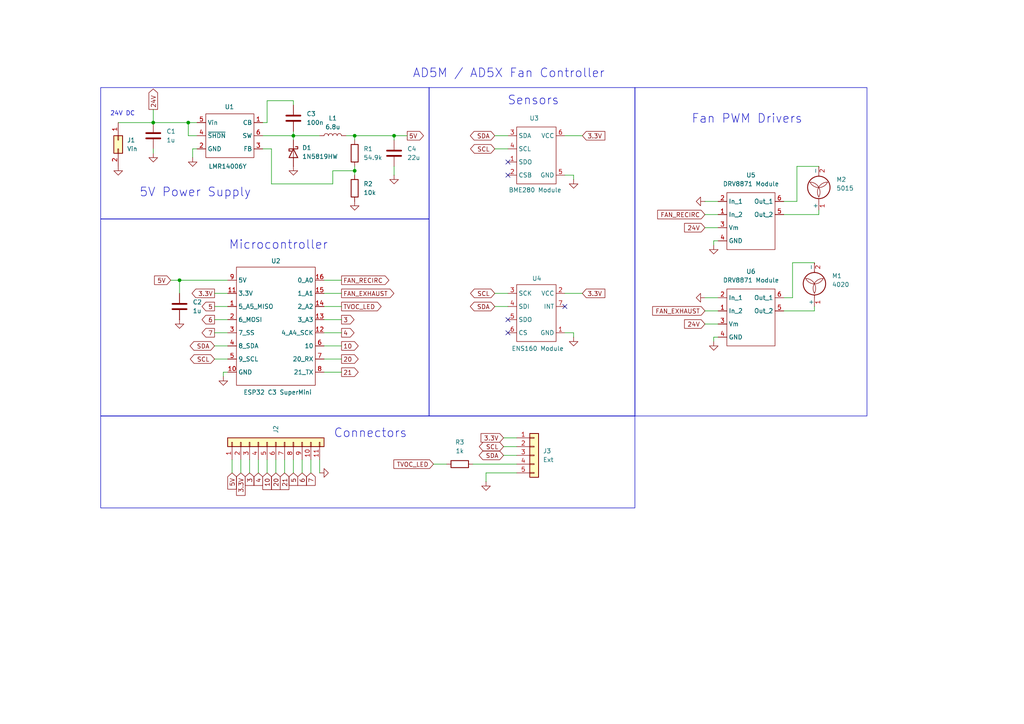
<source format=kicad_sch>
(kicad_sch (version 20250114) (generator "eeschema") (generator_version "9.0")
  (paper "A4")
  (title_block (title "AD5M / AD5X Fan Controller") (date "2026-02-13") (rev "1.2"))
  (lib_symbols
    (symbol "Chryseus:BME280"
      (property "Reference" "U" (at 0.254 9.398 0))
      (property "Value" "BME280 Module" (at 1.778 -10.922 0))
      (symbol "BME280_0_1"
        (rectangle (start -5.08 -8.89) (end 6.35 7.62))
      )
      (symbol "BME280_1_1"
        (pin passive line (at -7.62 5.08 0) (length 2.54) (name "SDA") (number "3"))
        (pin passive line (at -7.62 1.27 0) (length 2.54) (name "SCL") (number "4"))
        (pin passive line (at -7.62 -2.54 0) (length 2.54) (name "SDO") (number "1"))
        (pin passive line (at -7.62 -6.35 0) (length 2.54) (name "CSB") (number "2"))
        (pin passive line (at 8.89 5.08 180) (length 2.54) (name "VCC") (number "6"))
        (pin passive line (at 8.89 -6.35 180) (length 2.54) (name "GND") (number "5"))
      )
    )
    (symbol "Chryseus:DRV8871_Module"
      (property "Reference" "U" (at 0 8.89 0))
      (property "Value" "DRV8871 Module" (at 0.508 -10.668 0))
      (symbol "DRV8871_Module_0_1"
        (rectangle (start -6.35 -8.89) (end 7.62 7.62))
      )
      (symbol "DRV8871_Module_1_1"
        (pin input line (at -8.89 5.08 0) (length 2.54) (name "In_1") (number "2"))
        (pin input line (at -8.89 1.27 0) (length 2.54) (name "In_2") (number "1"))
        (pin passive line (at -8.89 -2.54 0) (length 2.54) (name "Vm") (number "3"))
        (pin passive line (at -8.89 -6.35 0) (length 2.54) (name "GND") (number "4"))
        (pin passive line (at 10.16 5.08 180) (length 2.54) (name "Out_1") (number "6"))
        (pin passive line (at 10.16 1.27 180) (length 2.54) (name "Out_2") (number "5"))
      )
    )
    (symbol "Chryseus:ENS160_Module"
      (property "Reference" "U" (at -0.762 9.144 0))
      (property "Value" "ENS160 Module" (at -0.508 -10.922 0))
      (symbol "ENS160_Module_0_1"
        (rectangle (start -6.35 -8.89) (end 5.08 7.62))
      )
      (symbol "ENS160_Module_1_1"
        (pin passive line (at -8.89 5.08 0) (length 2.54) (name "SCK") (number "3"))
        (pin passive line (at -8.89 1.27 0) (length 2.54) (name "SDI") (number "4"))
        (pin passive line (at -8.89 -2.54 0) (length 2.54) (name "SDO") (number "5"))
        (pin passive line (at -8.89 -6.35 0) (length 2.54) (name "CS") (number "6"))
        (pin passive line (at 7.62 5.08 180) (length 2.54) (name "VCC") (number "2"))
        (pin passive line (at 7.62 1.27 180) (length 2.54) (name "INT") (number "7"))
        (pin passive line (at 7.62 -6.35 180) (length 2.54) (name "GND") (number "1"))
      )
    )
    (symbol "Chryseus:ESP32_C3_SuperMini"
      (property "Reference" "U" (at 0 19.05 0))
      (property "Value" "ESP32 C3 SuperMini" (at 0 -20.32 0))
      (symbol "ESP32_C3_SuperMini_0_1"
        (rectangle (start -11.43 -17.78) (end 11.43 16.51))
      )
      (symbol "ESP32_C3_SuperMini_1_1"
        (pin passive line (at -13.97 12.7 0) (length 2.54) (name "5V") (number "9"))
        (pin passive line (at -13.97 8.89 0) (length 2.54) (name "3.3V") (number "11"))
        (pin passive line (at -13.97 5.08 0) (length 2.54) (name "5_A5_MISO") (number "1"))
        (pin passive line (at -13.97 1.27 0) (length 2.54) (name "6_MOSI") (number "2"))
        (pin passive line (at -13.97 -2.54 0) (length 2.54) (name "7_SS") (number "3"))
        (pin passive line (at -13.97 -6.35 0) (length 2.54) (name "8_SDA") (number "4"))
        (pin passive line (at -13.97 -10.16 0) (length 2.54) (name "9_SCL") (number "5"))
        (pin passive line (at -13.97 -13.97 0) (length 2.54) (name "GND") (number "10"))
        (pin passive line (at 13.97 12.7 180) (length 2.54) (name "0_A0") (number "16"))
        (pin passive line (at 13.97 8.89 180) (length 2.54) (name "1_A1") (number "15"))
        (pin passive line (at 13.97 5.08 180) (length 2.54) (name "2_A2") (number "14"))
        (pin passive line (at 13.97 1.27 180) (length 2.54) (name "3_A3") (number "13"))
        (pin passive line (at 13.97 -2.54 180) (length 2.54) (name "4_A4_SCK") (number "12"))
        (pin passive line (at 13.97 -6.35 180) (length 2.54) (name "10") (number "6"))
        (pin passive line (at 13.97 -10.16 180) (length 2.54) (name "20_RX") (number "7"))
        (pin passive line (at 13.97 -13.97 180) (length 2.54) (name "21_TX") (number "8"))
      )
    )
    (symbol "Chryseus:LMR14006Y"
      (property "Reference" "U" (at 0.508 8.128 0))
      (property "Value" "LMR14006Y" (at 0.762 -8.382 0))
      (symbol "LMR14006Y_0_1"
        (rectangle (start -6.35 -6.35) (end 7.62 6.35))
      )
      (symbol "LMR14006Y_1_1"
        (pin power_in line (at -8.89 3.81 0) (length 2.54) (name "Vin") (number "5"))
        (pin passive line (at -8.89 0 0) (length 2.54) (name "~{SHDN}") (number "4"))
        (pin passive line (at -8.89 -3.81 0) (length 2.54) (name "GND") (number "2"))
        (pin passive line (at 10.16 3.81 180) (length 2.54) (name "CB") (number "1"))
        (pin passive line (at 10.16 0 180) (length 2.54) (name "SW") (number "6"))
        (pin passive line (at 10.16 -3.81 180) (length 2.54) (name "FB") (number "3"))
      )
    )
    (symbol "Connector_Generic:Conn_01x05" (pin_names (offset 1.016) (hide yes))
      (property "Reference" "J" (at 0 7.62 0))
      (property "Value" "Conn_01x05" (at 0 -7.62 0))
      (symbol "Conn_01x05_1_1"
        (rectangle (start -1.27 6.35) (end 1.27 -6.35) (stroke (width 0.254)) (fill (type background)))
        (rectangle (start -1.27 5.207) (end 0 4.953) (stroke (width 0.1524)))
        (rectangle (start -1.27 2.667) (end 0 2.413) (stroke (width 0.1524)))
        (rectangle (start -1.27 0.127) (end 0 -0.127) (stroke (width 0.1524)))
        (rectangle (start -1.27 -2.413) (end 0 -2.667) (stroke (width 0.1524)))
        (rectangle (start -1.27 -4.953) (end 0 -5.207) (stroke (width 0.1524)))
        (pin passive line (at -5.08 5.08 0) (length 3.81) (name "Pin_1") (number "1"))
        (pin passive line (at -5.08 2.54 0) (length 3.81) (name "Pin_2") (number "2"))
        (pin passive line (at -5.08 0 0) (length 3.81) (name "Pin_3") (number "3"))
        (pin passive line (at -5.08 -2.54 0) (length 3.81) (name "Pin_4") (number "4"))
        (pin passive line (at -5.08 -5.08 0) (length 3.81) (name "Pin_5") (number "5"))
      )
    )
    (symbol "Connector_Generic:Conn_01x11" (pin_names (offset 1.016) (hide yes))
      (property "Reference" "J" (at 0 15.24 0))
      (property "Value" "Conn_01x11" (at 0 -15.24 0))
      (symbol "Conn_01x11_1_1"
        (rectangle (start -1.27 13.97) (end 1.27 -13.97) (stroke (width 0.254)) (fill (type background)))
        (rectangle (start -1.27 12.827) (end 0 12.573) (stroke (width 0.1524)))
        (rectangle (start -1.27 10.287) (end 0 10.033) (stroke (width 0.1524)))
        (rectangle (start -1.27 7.747) (end 0 7.493) (stroke (width 0.1524)))
        (rectangle (start -1.27 5.207) (end 0 4.953) (stroke (width 0.1524)))
        (rectangle (start -1.27 2.667) (end 0 2.413) (stroke (width 0.1524)))
        (rectangle (start -1.27 0.127) (end 0 -0.127) (stroke (width 0.1524)))
        (rectangle (start -1.27 -2.413) (end 0 -2.667) (stroke (width 0.1524)))
        (rectangle (start -1.27 -4.953) (end 0 -5.207) (stroke (width 0.1524)))
        (rectangle (start -1.27 -7.493) (end 0 -7.747) (stroke (width 0.1524)))
        (rectangle (start -1.27 -10.033) (end 0 -10.287) (stroke (width 0.1524)))
        (rectangle (start -1.27 -12.573) (end 0 -12.827) (stroke (width 0.1524)))
        (pin passive line (at -5.08 12.7 0) (length 3.81) (name "Pin_1") (number "1"))
        (pin passive line (at -5.08 10.16 0) (length 3.81) (name "Pin_2") (number "2"))
        (pin passive line (at -5.08 7.62 0) (length 3.81) (name "Pin_3") (number "3"))
        (pin passive line (at -5.08 5.08 0) (length 3.81) (name "Pin_4") (number "4"))
        (pin passive line (at -5.08 2.54 0) (length 3.81) (name "Pin_5") (number "5"))
        (pin passive line (at -5.08 0 0) (length 3.81) (name "Pin_6") (number "6"))
        (pin passive line (at -5.08 -2.54 0) (length 3.81) (name "Pin_7") (number "7"))
        (pin passive line (at -5.08 -5.08 0) (length 3.81) (name "Pin_8") (number "8"))
        (pin passive line (at -5.08 -7.62 0) (length 3.81) (name "Pin_9") (number "9"))
        (pin passive line (at -5.08 -10.16 0) (length 3.81) (name "Pin_10") (number "10"))
        (pin passive line (at -5.08 -12.7 0) (length 3.81) (name "Pin_11") (number "11"))
      )
    )
    (symbol "Connector_Generic:Conn_02x01" (pin_names (offset 1.016) (hide yes))
      (property "Reference" "J" (at 1.27 2.54 0))
      (property "Value" "Conn_02x01" (at 1.27 -2.54 0))
      (symbol "Conn_02x01_1_1"
        (rectangle (start -1.27 1.27) (end 3.81 -1.27) (stroke (width 0.254)) (fill (type background)))
        (rectangle (start -1.27 0.127) (end 0 -0.127) (stroke (width 0.1524)))
        (rectangle (start 3.81 0.127) (end 2.54 -0.127) (stroke (width 0.1524)))
        (pin passive line (at -5.08 0 0) (length 3.81) (name "Pin_1") (number "1"))
        (pin passive line (at 7.62 0 180) (length 3.81) (name "Pin_2") (number "2"))
      )
    )
    (symbol "DRV8871_Module_1"
      (property "Reference" "U" (at 0 8.89 0))
      (property "Value" "DRV8871 Module" (at 0.508 -10.668 0))
      (symbol "DRV8871_Module_1_0_1"
        (rectangle (start -6.35 -8.89) (end 7.62 7.62))
      )
      (symbol "DRV8871_Module_1_1_1"
        (pin input line (at -8.89 5.08 0) (length 2.54) (name "In_1") (number "2"))
        (pin input line (at -8.89 1.27 0) (length 2.54) (name "In_2") (number "1"))
        (pin passive line (at -8.89 -2.54 0) (length 2.54) (name "Vm") (number "3"))
        (pin passive line (at -8.89 -6.35 0) (length 2.54) (name "GND") (number "4"))
        (pin passive line (at 10.16 5.08 180) (length 2.54) (name "Out_1") (number "6"))
        (pin passive line (at 10.16 1.27 180) (length 2.54) (name "Out_2") (number "5"))
      )
    )
    (symbol "Device:C" (pin_numbers (hide yes)) (pin_names (offset 0.254))
      (property "Reference" "C" (at 0.635 2.54 0))
      (property "Value" "C" (at 0.635 -2.54 0))
      (symbol "C_0_1"
        (polyline (pts (xy -2.032 0.762) (xy 2.032 0.762)) (stroke (width 0.508)))
        (polyline (pts (xy -2.032 -0.762) (xy 2.032 -0.762)) (stroke (width 0.508)))
      )
      (symbol "C_1_1"
        (pin passive line (at 0 3.81 270) (length 2.794) (name "~") (number "1"))
        (pin passive line (at 0 -3.81 90) (length 2.794) (name "~") (number "2"))
      )
    )
    (symbol "Device:L" (pin_numbers (hide yes)) (pin_names (offset 1.016) (hide yes))
      (property "Reference" "L" (at -1.27 0 90))
      (property "Value" "L" (at 1.905 0 90))
      (symbol "L_0_1"
        (arc (start 0 2.54) (mid 0.6323 1.905) (end 0 1.27))
        (arc (start 0 1.27) (mid 0.6323 0.635) (end 0 0))
        (arc (start 0 0) (mid 0.6323 -0.635) (end 0 -1.27))
        (arc (start 0 -1.27) (mid 0.6323 -1.905) (end 0 -2.54))
      )
      (symbol "L_1_1"
        (pin passive line (at 0 3.81 270) (length 1.27) (name "1") (number "1"))
        (pin passive line (at 0 -3.81 90) (length 1.27) (name "2") (number "2"))
      )
    )
    (symbol "Device:R" (pin_numbers (hide yes)) (pin_names (offset 0))
      (property "Reference" "R" (at 2.032 0 90))
      (property "Value" "R" (at 0 0 90))
      (symbol "R_0_1"
        (rectangle (start -1.016 -2.54) (end 1.016 2.54) (stroke (width 0.254)))
      )
      (symbol "R_1_1"
        (pin passive line (at 0 3.81 270) (length 1.27) (name "~") (number "1"))
        (pin passive line (at 0 -3.81 90) (length 1.27) (name "~") (number "2"))
      )
    )
    (symbol "Diode:1N5819WS" (pin_numbers (hide yes)) (pin_names (offset 1.016) (hide yes))
      (property "Reference" "D" (at 0 2.54 0))
      (property "Value" "1N5819WS" (at 0 -2.54 0))
      (symbol "1N5819WS_0_1"
        (polyline (pts (xy -1.905 0.635) (xy -1.905 1.27) (xy -1.27 1.27) (xy -1.27 -1.27) (xy -0.635 -1.27) (xy -0.635 -0.635)) (stroke (width 0.254)))
        (polyline (pts (xy 1.27 1.27) (xy 1.27 -1.27) (xy -1.27 0) (xy 1.27 1.27)) (stroke (width 0.254)))
        (polyline (pts (xy 1.27 0) (xy -1.27 0)))
      )
      (symbol "1N5819WS_1_1"
        (pin passive line (at -3.81 0 0) (length 2.54) (name "K") (number "1"))
        (pin passive line (at 3.81 0 180) (length 2.54) (name "A") (number "2"))
      )
    )
    (symbol "Motor:Fan" (pin_names (offset 0))
      (property "Reference" "M" (at 2.54 5.08 0))
      (property "Value" "Fan" (at 2.54 -2.54 0))
      (symbol "Fan_0_1"
        (arc (start 0 3.81) (mid -0.0015 0.9048) (end -2.54 -0.508))
        (polyline (pts (xy 0 4.572) (xy 0 5.08)))
        (polyline (pts (xy 0 4.2672) (xy 0 4.6228)))
        (circle (center 0 1.016) (radius 3.2512) (stroke (width 0.254)))
        (arc (start -2.54 -0.508) (mid 0 1.0618) (end 2.54 -0.508))
        (polyline (pts (xy 0 -2.2352) (xy 0 -2.6416)))
        (polyline (pts (xy 0 -5.08) (xy 0 -4.572)))
        (arc (start 2.54 -0.508) (mid 0.047 0.9315) (end 0 3.81))
      )
      (symbol "Fan_1_1"
        (pin passive line (at 0 7.62 270) (length 2.54) (name "+") (number "1"))
        (pin passive line (at 0 -5.08 90) (length 2.54) (name "-") (number "2"))
      )
    )
    (symbol "power:GND" (power) (pin_numbers (hide yes)) (pin_names (offset 0) (hide yes))
      (property "Value" "GND" (at 0 -3.81 0))
      (symbol "GND_0_1"
        (polyline (pts (xy 0 0) (xy 0 -1.27) (xy 1.27 -1.27) (xy 0 -2.54) (xy -1.27 -1.27) (xy 0 -1.27)))
      )
      (symbol "GND_1_1"
        (pin power_in line (at 0 0 270) (length 0) (name "~") (number "1"))
      )
    )
  )
  (rectangle (start 29.21 120.65) (end 184.15 147.32))
  (rectangle (start 124.46 25.4) (end 184.15 120.65))
  (rectangle (start 29.21 25.4) (end 124.46 63.5))
  (rectangle (start 184.15 25.4) (end 251.46 120.65))
  (rectangle (start 29.21 63.5) (end 124.46 120.65))
  (text "5V Power Supply" (at 56.642 55.88 0) (effects (font (size 2.54 2.54))))
  (text "24V DC" (at 35.56 33.02 0) (effects (font (size 1.27 1.27))))
  (text "Microcontroller" (at 80.772 71.12 0) (effects (font (size 2.54 2.54))))
  (text "Sensors" (at 154.686 29.21 0) (effects (font (size 2.54 2.54))))
  (text "Fan PWM Drivers\n" (at 216.662 34.544 0) (effects (font (size 2.54 2.54))))
  (text "Connectors" (at 107.442 125.73 0) (effects (font (size 2.54 2.54))))
  (text "AD5M / AD5X Fan Controller" (at 147.574 21.336 0) (effects (font (size 2.54 2.54))))
  (junction (at 85.09 39.37))
  (junction (at 102.87 49.53))
  (junction (at 102.87 39.37))
  (junction (at 114.3 39.37))
  (junction (at 54.61 35.56))
  (junction (at 52.07 81.28))
  (junction (at 44.45 35.56))
  (no_connect (at 147.32 50.8))
  (no_connect (at 147.32 46.99))
  (no_connect (at 147.32 96.52))
  (no_connect (at 147.32 92.71))
  (no_connect (at 163.83 88.9))
  (wire (pts (xy 231.14 58.42) (xy 231.14 48.26)))
  (wire (pts (xy 76.2 35.56) (xy 77.47 35.56)))
  (wire (pts (xy 102.87 39.37) (xy 102.87 40.64)))
  (wire (pts (xy 227.33 62.23) (xy 237.49 62.23)))
  (wire (pts (xy 52.07 81.28) (xy 66.04 81.28)))
  (wire (pts (xy 146.05 132.08) (xy 149.86 132.08)))
  (wire (pts (xy 114.3 39.37) (xy 118.11 39.37)))
  (wire (pts (xy 55.88 45.72) (xy 55.88 43.18)))
  (wire (pts (xy 62.23 88.9) (xy 66.04 88.9)))
  (wire (pts (xy 82.55 137.16) (xy 82.55 133.35)))
  (wire (pts (xy 62.23 104.14) (xy 66.04 104.14)))
  (wire (pts (xy 77.47 29.21) (xy 77.47 35.56)))
  (wire (pts (xy 93.98 104.14) (xy 99.06 104.14)))
  (wire (pts (xy 204.47 86.36) (xy 208.28 86.36)))
  (wire (pts (xy 208.28 97.79) (xy 207.01 97.79)))
  (wire (pts (xy 85.09 29.21) (xy 77.47 29.21)))
  (wire (pts (xy 52.07 81.28) (xy 52.07 85.09)))
  (wire (pts (xy 34.29 35.56) (xy 44.45 35.56)))
  (wire (pts (xy 140.97 137.16) (xy 149.86 137.16)))
  (wire (pts (xy 93.98 107.95) (xy 99.06 107.95)))
  (wire (pts (xy 166.37 96.52) (xy 166.37 97.79)))
  (wire (pts (xy 137.16 134.62) (xy 149.86 134.62)))
  (wire (pts (xy 72.39 137.16) (xy 72.39 133.35)))
  (wire (pts (xy 96.52 49.53) (xy 102.87 49.53)))
  (wire (pts (xy 78.74 43.18) (xy 78.74 53.34)))
  (wire (pts (xy 204.47 93.98) (xy 208.28 93.98)))
  (wire (pts (xy 62.23 96.52) (xy 66.04 96.52)))
  (wire (pts (xy 93.98 100.33) (xy 99.06 100.33)))
  (wire (pts (xy 87.63 137.16) (xy 87.63 133.35)))
  (wire (pts (xy 166.37 50.8) (xy 166.37 52.07)))
  (wire (pts (xy 163.83 85.09) (xy 168.91 85.09)))
  (wire (pts (xy 76.2 43.18) (xy 78.74 43.18)))
  (wire (pts (xy 67.31 137.16) (xy 67.31 133.35)))
  (wire (pts (xy 102.87 49.53) (xy 102.87 50.8)))
  (wire (pts (xy 85.09 38.1) (xy 85.09 39.37)))
  (wire (pts (xy 44.45 43.18) (xy 44.45 44.45)))
  (wire (pts (xy 54.61 35.56) (xy 57.15 35.56)))
  (wire (pts (xy 163.83 50.8) (xy 166.37 50.8)))
  (wire (pts (xy 77.47 137.16) (xy 77.47 133.35)))
  (wire (pts (xy 236.22 90.17) (xy 227.33 90.17)))
  (wire (pts (xy 146.05 129.54) (xy 149.86 129.54)))
  (wire (pts (xy 62.23 85.09) (xy 66.04 85.09)))
  (wire (pts (xy 163.83 39.37) (xy 168.91 39.37)))
  (wire (pts (xy 143.51 85.09) (xy 147.32 85.09)))
  (wire (pts (xy 44.45 35.56) (xy 54.61 35.56)))
  (wire (pts (xy 85.09 39.37) (xy 92.71 39.37)))
  (wire (pts (xy 227.33 58.42) (xy 231.14 58.42)))
  (wire (pts (xy 207.01 69.85) (xy 207.01 71.12)))
  (wire (pts (xy 143.51 43.18) (xy 147.32 43.18)))
  (wire (pts (xy 93.98 92.71) (xy 99.06 92.71)))
  (wire (pts (xy 100.33 39.37) (xy 102.87 39.37)))
  (wire (pts (xy 62.23 100.33) (xy 66.04 100.33)))
  (wire (pts (xy 96.52 53.34) (xy 96.52 49.53)))
  (wire (pts (xy 62.23 92.71) (xy 66.04 92.71)))
  (wire (pts (xy 143.51 88.9) (xy 147.32 88.9)))
  (wire (pts (xy 207.01 97.79) (xy 207.01 99.06)))
  (wire (pts (xy 64.77 107.95) (xy 66.04 107.95)))
  (wire (pts (xy 78.74 53.34) (xy 96.52 53.34)))
  (wire (pts (xy 140.97 139.7) (xy 140.97 137.16)))
  (wire (pts (xy 237.49 62.23) (xy 237.49 60.96)))
  (wire (pts (xy 76.2 39.37) (xy 85.09 39.37)))
  (wire (pts (xy 204.47 90.17) (xy 208.28 90.17)))
  (wire (pts (xy 143.51 39.37) (xy 147.32 39.37)))
  (wire (pts (xy 125.73 134.62) (xy 129.54 134.62)))
  (wire (pts (xy 204.47 58.42) (xy 208.28 58.42)))
  (wire (pts (xy 80.01 137.16) (xy 80.01 133.35)))
  (wire (pts (xy 93.98 96.52) (xy 99.06 96.52)))
  (wire (pts (xy 204.47 62.23) (xy 208.28 62.23)))
  (wire (pts (xy 102.87 48.26) (xy 102.87 49.53)))
  (wire (pts (xy 229.87 76.2) (xy 236.22 76.2)))
  (wire (pts (xy 85.09 137.16) (xy 85.09 133.35)))
  (wire (pts (xy 146.05 127) (xy 149.86 127)))
  (wire (pts (xy 90.17 137.16) (xy 90.17 133.35)))
  (wire (pts (xy 163.83 96.52) (xy 166.37 96.52)))
  (wire (pts (xy 85.09 30.48) (xy 85.09 29.21)))
  (wire (pts (xy 74.93 137.16) (xy 74.93 133.35)))
  (wire (pts (xy 85.09 39.37) (xy 85.09 40.64)))
  (wire (pts (xy 93.98 85.09) (xy 99.06 85.09)))
  (wire (pts (xy 208.28 69.85) (xy 207.01 69.85)))
  (wire (pts (xy 114.3 48.26) (xy 114.3 50.8)))
  (wire (pts (xy 92.71 137.16) (xy 92.71 133.35)))
  (wire (pts (xy 69.85 137.16) (xy 69.85 133.35)))
  (wire (pts (xy 93.98 88.9) (xy 99.06 88.9)))
  (wire (pts (xy 64.77 109.22) (xy 64.77 107.95)))
  (wire (pts (xy 227.33 86.36) (xy 229.87 86.36)))
  (wire (pts (xy 57.15 39.37) (xy 54.61 39.37)))
  (wire (pts (xy 231.14 48.26) (xy 237.49 48.26)))
  (wire (pts (xy 236.22 88.9) (xy 236.22 90.17)))
  (wire (pts (xy 229.87 86.36) (xy 229.87 76.2)))
  (wire (pts (xy 93.98 81.28) (xy 99.06 81.28)))
  (wire (pts (xy 204.47 66.04) (xy 208.28 66.04)))
  (wire (pts (xy 44.45 31.75) (xy 44.45 35.56)))
  (wire (pts (xy 49.53 81.28) (xy 52.07 81.28)))
  (wire (pts (xy 55.88 43.18) (xy 57.15 43.18)))
  (wire (pts (xy 102.87 39.37) (xy 114.3 39.37)))
  (wire (pts (xy 54.61 39.37) (xy 54.61 35.56)))
  (wire (pts (xy 114.3 40.64) (xy 114.3 39.37)))
  (global_label "SDA" (shape bidirectional) (at 143.51 88.9 180) (property "Intersheetrefs" "${INTERSHEET_REFS}" (effects (hide yes))))
  (global_label "7" (shape output) (at 62.23 96.52 180) (property "Intersheetrefs" "${INTERSHEET_REFS}" (effects (hide yes))))
  (global_label "SDA" (shape bidirectional) (at 146.05 132.08 180) (property "Intersheetrefs" "${INTERSHEET_REFS}" (effects (hide yes))))
  (global_label "SCL" (shape bidirectional) (at 62.23 104.14 180) (property "Intersheetrefs" "${INTERSHEET_REFS}" (effects (hide yes))))
  (global_label "4" (shape input) (at 74.93 137.16 270) (property "Intersheetrefs" "${INTERSHEET_REFS}" (effects (hide yes))))
  (global_label "SCL" (shape bidirectional) (at 143.51 85.09 180) (property "Intersheetrefs" "${INTERSHEET_REFS}" (effects (hide yes))))
  (global_label "TVOC_LED" (shape input) (at 125.73 134.62 180) (property "Intersheetrefs" "${INTERSHEET_REFS}" (effects (hide yes))))
  (global_label "3" (shape input) (at 72.39 137.16 270) (property "Intersheetrefs" "${INTERSHEET_REFS}" (effects (hide yes))))
  (global_label "SCL" (shape bidirectional) (at 143.51 43.18 180) (property "Intersheetrefs" "${INTERSHEET_REFS}" (effects (hide yes))))
  (global_label "5V" (shape input) (at 67.31 137.16 270) (property "Intersheetrefs" "${INTERSHEET_REFS}" (effects (hide yes))))
  (global_label "3.3V" (shape input) (at 168.91 39.37 0) (property "Intersheetrefs" "${INTERSHEET_REFS}" (effects (hide yes))))
  (global_label "3.3V" (shape input) (at 168.91 85.09 0) (property "Intersheetrefs" "${INTERSHEET_REFS}" (effects (hide yes))))
  (global_label "SDA" (shape bidirectional) (at 62.23 100.33 180) (property "Intersheetrefs" "${INTERSHEET_REFS}" (effects (hide yes))))
  (global_label "24V" (shape input) (at 204.47 93.98 180) (property "Intersheetrefs" "${INTERSHEET_REFS}" (effects (hide yes))))
  (global_label "3.3V" (shape output) (at 62.23 85.09 180) (property "Intersheetrefs" "${INTERSHEET_REFS}" (effects (hide yes))))
  (global_label "4" (shape output) (at 99.06 96.52 0) (property "Intersheetrefs" "${INTERSHEET_REFS}" (effects (hide yes))))
  (global_label "20" (shape input) (at 80.01 137.16 270) (property "Intersheetrefs" "${INTERSHEET_REFS}" (effects (hide yes))))
  (global_label "21" (shape input) (at 82.55 137.16 270) (property "Intersheetrefs" "${INTERSHEET_REFS}" (effects (hide yes))))
  (global_label "24V" (shape output) (at 44.45 31.75 90) (property "Intersheetrefs" "${INTERSHEET_REFS}" (effects (hide yes))))
  (global_label "6" (shape input) (at 87.63 137.16 270) (property "Intersheetrefs" "${INTERSHEET_REFS}" (effects (hide yes))))
  (global_label "21" (shape output) (at 99.06 107.95 0) (property "Intersheetrefs" "${INTERSHEET_REFS}" (effects (hide yes))))
  (global_label "3" (shape output) (at 99.06 92.71 0) (property "Intersheetrefs" "${INTERSHEET_REFS}" (effects (hide yes))))
  (global_label "6" (shape output) (at 62.23 92.71 180) (property "Intersheetrefs" "${INTERSHEET_REFS}" (effects (hide yes))))
  (global_label "SCL" (shape bidirectional) (at 146.05 129.54 180) (property "Intersheetrefs" "${INTERSHEET_REFS}" (effects (hide yes))))
  (global_label "24V" (shape input) (at 204.47 66.04 180) (property "Intersheetrefs" "${INTERSHEET_REFS}" (effects (hide yes))))
  (global_label "5V" (shape output) (at 118.11 39.37 0) (property "Intersheetrefs" "${INTERSHEET_REFS}" (effects (hide yes))))
  (global_label "3.3V" (shape input) (at 146.05 127 180) (property "Intersheetrefs" "${INTERSHEET_REFS}" (effects (hide yes))))
  (global_label "10" (shape input) (at 77.47 137.16 270) (property "Intersheetrefs" "${INTERSHEET_REFS}" (effects (hide yes))))
  (global_label "20" (shape output) (at 99.06 104.14 0) (property "Intersheetrefs" "${INTERSHEET_REFS}" (effects (hide yes))))
  (global_label "FAN_EXHAUST" (shape output) (at 99.06 85.09 0) (property "Intersheetrefs" "${INTERSHEET_REFS}" (effects (hide yes))))
  (global_label "5" (shape input) (at 85.09 137.16 270) (property "Intersheetrefs" "${INTERSHEET_REFS}" (effects (hide yes))))
  (global_label "10" (shape output) (at 99.06 100.33 0) (property "Intersheetrefs" "${INTERSHEET_REFS}" (effects (hide yes))))
  (global_label "FAN_RECIRC" (shape output) (at 99.06 81.28 0) (property "Intersheetrefs" "${INTERSHEET_REFS}" (effects (hide yes))))
  (global_label "FAN_EXHAUST" (shape input) (at 204.47 90.17 180) (property "Intersheetrefs" "${INTERSHEET_REFS}" (effects (hide yes))))
  (global_label "5" (shape output) (at 62.23 88.9 180) (property "Intersheetrefs" "${INTERSHEET_REFS}" (effects (hide yes))))
  (global_label "5V" (shape input) (at 49.53 81.28 180) (property "Intersheetrefs" "${INTERSHEET_REFS}" (effects (hide yes))))
  (global_label "7" (shape input) (at 90.17 137.16 270) (property "Intersheetrefs" "${INTERSHEET_REFS}" (effects (hide yes))))
  (global_label "SDA" (shape bidirectional) (at 143.51 39.37 180) (property "Intersheetrefs" "${INTERSHEET_REFS}" (effects (hide yes))))
  (global_label "TVOC_LED" (shape output) (at 99.06 88.9 0) (property "Intersheetrefs" "${INTERSHEET_REFS}" (effects (hide yes))))
  (global_label "FAN_RECIRC" (shape input) (at 204.47 62.23 180) (property "Intersheetrefs" "${INTERSHEET_REFS}" (effects (hide yes))))
  (global_label "3.3V" (shape input) (at 69.85 137.16 270) (property "Intersheetrefs" "${INTERSHEET_REFS}" (effects (hide yes))))
  (symbol (lib_id "power:GND") (at 92.71 137.16 90) (unit 1)
    (property "Reference" "#PWR07" (effects (hide yes)))
    (property "Value" "GND" (effects (hide yes)))
    (property "Description" "Power symbol creates a global label with name \"GND\" , ground" (effects (hide yes)))
  )
  (symbol (lib_id "Device:C") (at 44.45 39.37 0) (unit 1)
    (property "Reference" "C1" (at 48.26 38.0999 0) (effects (justify left)))
    (property "Value" "1u" (at 48.26 40.6399 0) (effects (justify left)))
    (property "Footprint" "Capacitor_SMD:C_0805_2012Metric" (effects (hide yes)))
    (property "Description" "Unpolarized capacitor" (effects (hide yes)))
    (property "LCSC PN" "C361185" (effects (hide yes)))
    (property "MPN" "CGA4J3X7R1V105KT0Y0N" (effects (hide yes)))
  )
  (symbol (lib_id "Motor:Fan") (at 236.22 81.28 180) (unit 1) (on_board no)
    (property "Reference" "M1" (at 241.3 80.0099 0) (effects (justify right)))
    (property "Value" "4020" (at 241.3 82.5499 0) (effects (justify right)))
    (property "Description" "Fan" (effects (hide yes)))
  )
  (symbol (lib_id "power:GND") (at 140.97 139.7 0) (unit 1)
    (property "Reference" "#PWR010" (effects (hide yes)))
    (property "Value" "GND" (effects (hide yes)))
    (property "Description" "Power symbol creates a global label with name \"GND\" , ground" (effects (hide yes)))
  )
  (symbol (lib_id "power:GND") (at 207.01 71.12 0) (unit 1)
    (property "Reference" "#PWR015" (effects (hide yes)))
    (property "Value" "GND" (effects (hide yes)))
    (property "Description" "Power symbol creates a global label with name \"GND\" , ground" (effects (hide yes)))
  )
  (symbol (lib_id "power:GND") (at 85.09 48.26 0) (unit 1)
    (property "Reference" "#PWR06" (effects (hide yes)))
    (property "Value" "GND" (effects (hide yes)))
    (property "Description" "Power symbol creates a global label with name \"GND\" , ground" (effects (hide yes)))
  )
  (symbol (lib_id "Connector_Generic:Conn_01x05") (at 154.94 132.08 0) (unit 1)
    (property "Reference" "J3" (at 157.48 130.8099 0) (effects (justify left)))
    (property "Value" "Ext" (at 157.48 133.3499 0) (effects (justify left)))
    (property "Footprint" "Connector_PinHeader_2.54mm:PinHeader_1x05_P2.54mm_Vertical" (effects (hide yes)))
    (property "Description" "Generic connector, single row, 01x05, script generated (kicad-library-utils/schlib/autogen/connector/)" (effects (hide yes)))
  )
  (symbol (lib_id "Device:R") (at 102.87 44.45 0) (unit 1)
    (property "Reference" "R1" (at 105.41 43.1799 0) (effects (justify left)))
    (property "Value" "54.9k" (at 105.41 45.7199 0) (effects (justify left)))
    (property "Footprint" "Resistor_SMD:R_0603_1608Metric" (effects (hide yes)))
    (property "Description" "Resistor" (effects (hide yes)))
    (property "LCSC PN" "C2999457" (effects (hide yes)))
    (property "MPN" "FRC0603F5492TS" (effects (hide yes)))
  )
  (symbol (lib_id "power:GND") (at 55.88 45.72 0) (unit 1)
    (property "Reference" "#PWR04" (effects (hide yes)))
    (property "Value" "GND" (effects (hide yes)))
    (property "Description" "Power symbol creates a global label with name \"GND\" , ground" (effects (hide yes)))
  )
  (symbol (lib_id "Device:L") (at 96.52 39.37 90) (unit 1)
    (property "Reference" "L1" (at 96.52 34.29 90))
    (property "Value" "6.8u" (at 96.52 36.83 90))
    (property "Footprint" "Chryseus:SMNR4030" (effects (hide yes)))
    (property "Datasheet" "https://www.lcsc.com/datasheet/C135271.pdf" (effects (hide yes)))
    (property "Description" "Shun Xiang Nuo SMNR4030-6R8MT" (effects (hide yes)))
    (property "LCSC PN" "C135271" (effects (hide yes)))
    (property "MPN" "SMNR4030-6R8MT" (effects (hide yes)))
  )
  (symbol (lib_id "power:GND") (at 114.3 50.8 0) (unit 1)
    (property "Reference" "#PWR09" (effects (hide yes)))
    (property "Value" "GND" (effects (hide yes)))
    (property "Description" "Power symbol creates a global label with name \"GND\" , ground" (effects (hide yes)))
  )
  (symbol (lib_id "power:GND") (at 64.77 109.22 0) (unit 1)
    (property "Reference" "#PWR05" (effects (hide yes)))
    (property "Value" "GND" (effects (hide yes)))
    (property "Description" "Power symbol creates a global label with name \"GND\" , ground" (effects (hide yes)))
  )
  (symbol (lib_id "power:GND") (at 204.47 58.42 270) (unit 1)
    (property "Reference" "#PWR013" (effects (hide yes)))
    (property "Value" "GND" (effects (hide yes)))
    (property "Description" "Power symbol creates a global label with name \"GND\" , ground" (effects (hide yes)))
  )
  (symbol (lib_id "power:GND") (at 207.01 99.06 0) (unit 1)
    (property "Reference" "#PWR016" (effects (hide yes)))
    (property "Value" "GND" (effects (hide yes)))
    (property "Description" "Power symbol creates a global label with name \"GND\" , ground" (effects (hide yes)))
  )
  (symbol (lib_id "Diode:1N5819WS") (at 85.09 44.45 270) (unit 1)
    (property "Reference" "D1" (at 87.63 42.8624 90) (effects (justify left)))
    (property "Value" "1N5819HW" (at 87.63 45.4024 90) (effects (justify left)))
    (property "Footprint" "Diode_SMD:D_SOD-123" (effects (hide yes)))
    (property "Datasheet" "https://www.lcsc.com/datasheet/C82544.pdf" (effects (hide yes)))
    (property "Description" "40V 600mV@1A 1A SOD-323 Schottky Barrier Diodes, SOD-323" (effects (hide yes)))
    (property "LCSC PN" "C82544" (effects (hide yes)))
    (property "MPN" "1N5819HW-7-F" (effects (hide yes)))
  )
  (symbol (lib_id "Device:C") (at 85.09 34.29 0) (unit 1)
    (property "Reference" "C3" (at 88.9 33.0199 0) (effects (justify left)))
    (property "Value" "100n" (at 88.9 35.5599 0) (effects (justify left)))
    (property "Footprint" "Capacitor_SMD:C_0603_1608Metric" (effects (hide yes)))
    (property "Description" "Unpolarized capacitor" (effects (hide yes)))
    (property "LCSC PN" "C2846678" (effects (hide yes)))
    (property "MPN" "0603B104K160NT" (effects (hide yes)))
  )
  (symbol (lib_id "power:GND") (at 102.87 58.42 0) (unit 1)
    (property "Reference" "#PWR08" (effects (hide yes)))
    (property "Value" "GND" (effects (hide yes)))
    (property "Description" "Power symbol creates a global label with name \"GND\" , ground" (effects (hide yes)))
  )
  (symbol (lib_id "Connector_Generic:Conn_02x01") (at 34.29 40.64 270) (unit 1)
    (property "Reference" "J1" (at 36.83 40.6399 90) (effects (justify left)))
    (property "Value" "Vin" (at 36.83 43.1799 90) (effects (justify left)))
    (property "Footprint" "Connector_JST:JST_XH_B2B-XH-AM_1x02_P2.50mm_Vertical" (effects (hide yes)))
    (property "Description" "Generic connector, double row, 02x01, this symbol is compatible with counter-clockwise, top-bottom and odd-even numbering schemes., script generated (kicad-library-utils/schlib/autogen/connector/)" (effects (hide yes)))
  )
  (symbol (lib_name "DRV8871_Module_1") (lib_id "Chryseus:DRV8871_Module") (at 217.17 63.5 0) (unit 1)
    (property "Reference" "U5" (at 217.805 50.8 0))
    (property "Value" "DRV8871 Module" (at 217.805 53.34 0))
    (property "Footprint" "Chryseus:DRV8871 Module" (effects (hide yes)))
  )
  (symbol (lib_id "power:GND") (at 52.07 92.71 0) (unit 1)
    (property "Reference" "#PWR03" (effects (hide yes)))
    (property "Value" "GND" (effects (hide yes)))
    (property "Description" "Power symbol creates a global label with name \"GND\" , ground" (effects (hide yes)))
  )
  (symbol (lib_id "Device:R") (at 102.87 54.61 0) (unit 1)
    (property "Reference" "R2" (at 105.41 53.3399 0) (effects (justify left)))
    (property "Value" "10k" (at 105.41 55.8799 0) (effects (justify left)))
    (property "Footprint" "Resistor_SMD:R_0603_1608Metric" (effects (hide yes)))
    (property "Description" "Resistor" (effects (hide yes)))
    (property "LCSC PN" "C2906982" (effects (hide yes)))
    (property "MPN" "FRC0603F1002TS" (effects (hide yes)))
  )
  (symbol (lib_id "power:GND") (at 34.29 48.26 0) (unit 1)
    (property "Reference" "#PWR01" (effects (hide yes)))
    (property "Value" "GND" (effects (hide yes)))
    (property "Description" "Power symbol creates a global label with name \"GND\" , ground" (effects (hide yes)))
  )
  (symbol (lib_id "Device:C") (at 114.3 44.45 0) (unit 1)
    (property "Reference" "C4" (at 118.11 43.1799 0) (effects (justify left)))
    (property "Value" "22u" (at 118.11 45.7199 0) (effects (justify left)))
    (property "Footprint" "Capacitor_SMD:C_1206_3216Metric" (effects (hide yes)))
    (property "Description" "Unpolarized capacitor" (effects (hide yes)))
    (property "LCSC PN" "C87996" (effects (hide yes)))
    (property "MPN" "CL31B226KPHNNNE" (effects (hide yes)))
  )
  (symbol (lib_id "power:GND") (at 44.45 44.45 0) (unit 1)
    (property "Reference" "#PWR02" (effects (hide yes)))
    (property "Value" "GND" (effects (hide yes)))
    (property "Description" "Power symbol creates a global label with name \"GND\" , ground" (effects (hide yes)))
  )
  (symbol (lib_id "Chryseus:DRV8871_Module") (at 217.17 91.44 0) (unit 1)
    (property "Reference" "U6" (at 217.805 78.74 0))
    (property "Value" "DRV8871 Module" (at 217.805 81.28 0))
    (property "Footprint" "Chryseus:DRV8871 Module" (effects (hide yes)))
  )
  (symbol (lib_id "power:GND") (at 204.47 86.36 270) (unit 1)
    (property "Reference" "#PWR014" (effects (hide yes)))
    (property "Value" "GND" (effects (hide yes)))
    (property "Description" "Power symbol creates a global label with name \"GND\" , ground" (effects (hide yes)))
  )
  (symbol (lib_id "power:GND") (at 166.37 52.07 0) (unit 1)
    (property "Reference" "#PWR011" (effects (hide yes)))
    (property "Value" "GND" (effects (hide yes)))
    (property "Description" "Power symbol creates a global label with name \"GND\" , ground" (effects (hide yes)))
  )
  (symbol (lib_id "power:GND") (at 166.37 97.79 0) (unit 1)
    (property "Reference" "#PWR012" (effects (hide yes)))
    (property "Value" "GND" (effects (hide yes)))
    (property "Description" "Power symbol creates a global label with name \"GND\" , ground" (effects (hide yes)))
  )
  (symbol (lib_id "Connector_Generic:Conn_01x11") (at 80.01 128.27 90) (unit 1)
    (property "Reference" "J2" (at 80.0099 125.73 0) (effects (justify left)))
    (property "Value" "Conn_01x11" (effects (hide yes)))
    (property "Footprint" "Connector_PinHeader_2.54mm:PinHeader_1x11_P2.54mm_Vertical" (effects (hide yes)))
    (property "Description" "Generic connector, single row, 01x11, script generated (kicad-library-utils/schlib/autogen/connector/)" (effects (hide yes)))
  )
  (symbol (lib_id "Device:R") (at 133.35 134.62 270) (unit 1)
    (property "Reference" "R3" (at 133.35 128.27 90))
    (property "Value" "1k" (at 133.35 130.81 90))
    (property "Footprint" "Resistor_SMD:R_0603_1608Metric" (effects (hide yes)))
    (property "Description" "Resistor" (effects (hide yes)))
  )
  (symbol (lib_id "Motor:Fan") (at 237.49 53.34 180) (unit 1) (on_board no)
    (property "Reference" "M2" (at 242.57 52.0699 0) (effects (justify right)))
    (property "Value" "5015" (at 242.57 54.6099 0) (effects (justify right)))
    (property "Description" "Fan" (effects (hide yes)))
  )
  (symbol (lib_id "Chryseus:LMR14006Y") (at 66.04 39.37 0) (unit 1)
    (property "Reference" "U1" (at 66.548 30.988 0))
    (property "Value" "LMR14006Y" (at 66.04 48.26 0))
    (property "Footprint" "Package_TO_SOT_SMD:TSOT-23-6" (effects (hide yes)))
    (property "Datasheet" "https://www.lcsc.com/datasheet/C477919.pdf" (effects (hide yes)))
    (property "Description" "40V 600mA Buck Regulator 2.1MHz" (effects (hide yes)))
    (property "LCSC PN" "C477919" (effects (hide yes)))
    (property "MPN" "LMR14006YDDCR" (effects (hide yes)))
  )
  (symbol (lib_id "Chryseus:ENS160_Module") (at 156.21 90.17 0) (unit 1) (on_board no)
    (property "Reference" "U4" (at 155.702 80.772 0))
    (property "Value" "ENS160 Module" (at 155.956 101.092 0))
  )
  (symbol (lib_id "Chryseus:ESP32_C3_SuperMini") (at 80.01 93.98 0) (unit 1)
    (property "Reference" "U2" (at 80.01 75.692 0))
    (property "Value" "ESP32 C3 SuperMini" (at 80.518 113.792 0))
    (property "Footprint" "Chryseus:ESP32_SuperMini_C3" (effects (hide yes)))
    (property "Description" "Generic ESP32 C3 SuperMini" (effects (hide yes)))
  )
  (symbol (lib_id "Device:C") (at 52.07 88.9 0) (unit 1)
    (property "Reference" "C2" (at 55.88 87.6299 0) (effects (justify left)))
    (property "Value" "1u" (at 55.88 90.1699 0) (effects (justify left)))
    (property "Footprint" "Capacitor_SMD:C_0805_2012Metric" (effects (hide yes)))
    (property "Description" "Unpolarized capacitor" (effects (hide yes)))
    (property "LCSC PN" "C361185" (effects (hide yes)))
    (property "MPN" "CGA4J3X7R1V105KT0Y0N" (effects (hide yes)))
  )
  (symbol (lib_id "Chryseus:BME280") (at 154.94 44.45 0) (unit 1) (on_board no)
    (property "Reference" "U3" (at 154.94 34.29 0))
    (property "Value" "BME280 Module" (at 155.194 55.118 0))
  )
)
</source>
